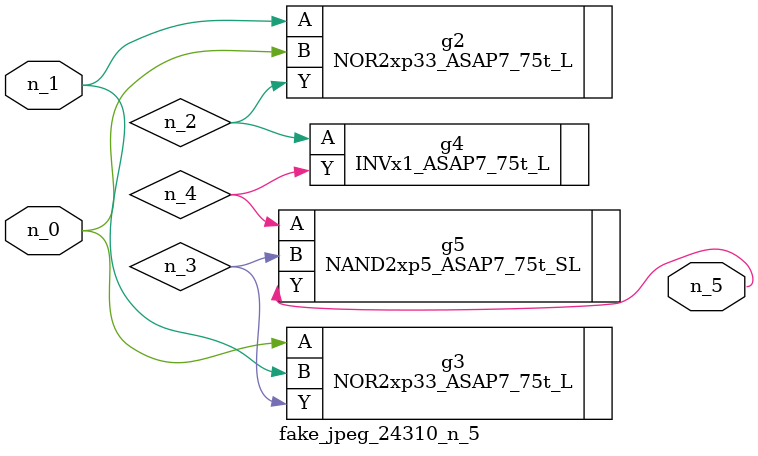
<source format=v>
module fake_jpeg_24310_n_5 (n_0, n_1, n_5);

input n_0;
input n_1;

output n_5;

wire n_3;
wire n_2;
wire n_4;

NOR2xp33_ASAP7_75t_L g2 ( 
.A(n_1),
.B(n_0),
.Y(n_2)
);

NOR2xp33_ASAP7_75t_L g3 ( 
.A(n_0),
.B(n_1),
.Y(n_3)
);

INVx1_ASAP7_75t_L g4 ( 
.A(n_2),
.Y(n_4)
);

NAND2xp5_ASAP7_75t_SL g5 ( 
.A(n_4),
.B(n_3),
.Y(n_5)
);


endmodule
</source>
